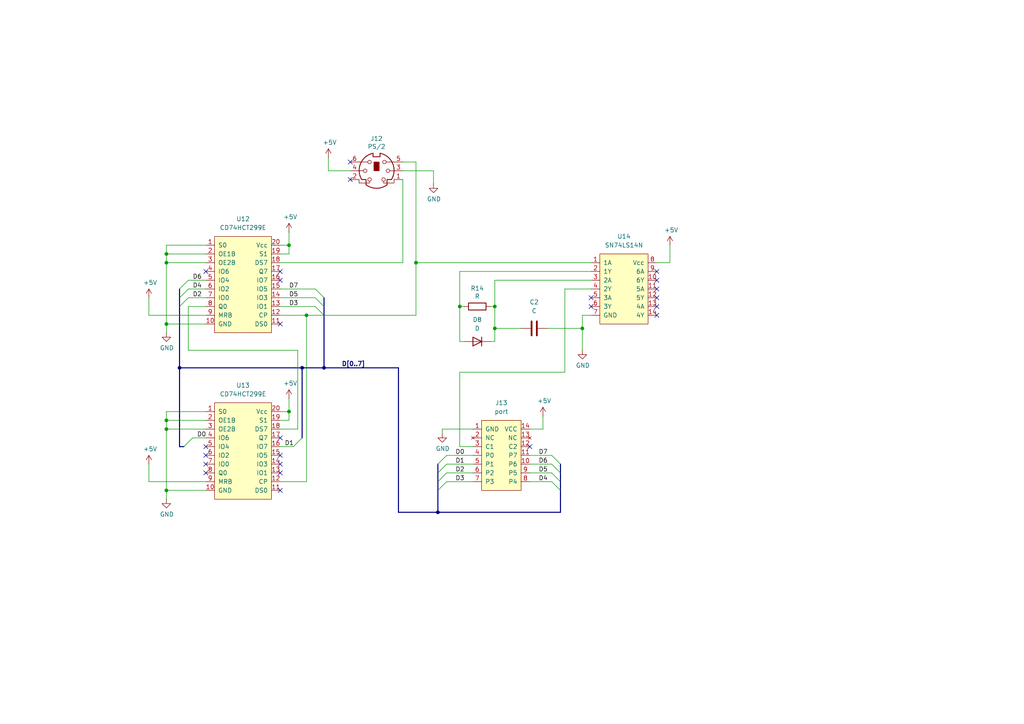
<source format=kicad_sch>
(kicad_sch (version 20231120) (generator "eeschema") (generator_version "8.0")
  (paper "A4")
  (title_block (title "PS/2 adapter"))
  (lib_symbols
    (symbol "6502:CD74HCT299E" (pin_names (offset 1.016))
      (property "Reference" "U" (at -1.27 15.24 0))
      (property "Value" "CD74HCT299E" (at 0 -1.27 90))
      (symbol "CD74HCT299E_0_1"
        (rectangle (start -8.89 12.7) (end 7.62 -15.24) (fill (type background)))
      )
      (symbol "CD74HCT299E_1_1"
        (pin input line (at -11.43 10.16 0) (length 2.54) (name "S0") (number "1"))
        (pin power_in line (at -11.43 -12.7 0) (length 2.54) (name "GND") (number "10"))
        (pin input line (at 10.16 -12.7 180) (length 2.54) (name "DS0") (number "11"))
        (pin input line (at 10.16 -10.16 180) (length 2.54) (name "CP") (number "12"))
        (pin tri_state line (at 10.16 -7.62 180) (length 2.54) (name "IO1") (number "13"))
        (pin tri_state line (at 10.16 -5.08 180) (length 2.54) (name "IO3") (number "14"))
        (pin tri_state line (at 10.16 -2.54 180) (length 2.54) (name "IO5") (number "15"))
        (pin tri_state line (at 10.16 0 180) (length 2.54) (name "IO7") (number "16"))
        (pin output line (at 10.16 2.54 180) (length 2.54) (name "Q7") (number "17"))
        (pin input line (at 10.16 5.08 180) (length 2.54) (name "DS7") (number "18"))
        (pin input line (at 10.16 7.62 180) (length 2.54) (name "S1") (number "19"))
        (pin input line (at -11.43 7.62 0) (length 2.54) (name "OE1B") (number "2"))
        (pin power_in line (at 10.16 10.16 180) (length 2.54) (name "Vcc") (number "20"))
        (pin input line (at -11.43 5.08 0) (length 2.54) (name "OE2B") (number "3"))
        (pin tri_state line (at -11.43 2.54 0) (length 2.54) (name "IO6") (number "4"))
        (pin tri_state line (at -11.43 0 0) (length 2.54) (name "IO4") (number "5"))
        (pin tri_state line (at -11.43 -2.54 0) (length 2.54) (name "IO2") (number "6"))
        (pin tri_state line (at -11.43 -5.08 0) (length 2.54) (name "IO0") (number "7"))
        (pin output line (at -11.43 -7.62 0) (length 2.54) (name "Q0") (number "8"))
        (pin input line (at -11.43 -10.16 0) (length 2.54) (name "MRB") (number "9"))
      )
    )
    (symbol "6502:SN74LS14N" (pin_names (offset 0.9906))
      (property "Reference" "U" (at -3.81 12.7 0))
      (property "Value" "SN74LS14N" (at 0 0 90))
      (symbol "SN74LS14N_0_1"
        (rectangle (start 6.35 -10.16) (end -7.62 10.16) (fill (type background)))
      )
      (symbol "SN74LS14N_1_1"
        (pin input line (at -10.16 7.62 0) (length 2.54) (name "1A") (number "1"))
        (pin output line (at 8.89 2.54 180) (length 2.54) (name "6Y") (number "10"))
        (pin input line (at 8.89 0 180) (length 2.54) (name "5A") (number "11"))
        (pin output line (at 8.89 -2.54 180) (length 2.54) (name "5Y") (number "12"))
        (pin input line (at 8.89 -5.08 180) (length 2.54) (name "4A") (number "13"))
        (pin output line (at 8.89 -7.62 180) (length 2.54) (name "4Y") (number "14"))
        (pin output line (at -10.16 5.08 0) (length 2.54) (name "1Y") (number "2"))
        (pin input line (at -10.16 2.54 0) (length 2.54) (name "2A") (number "3"))
        (pin output line (at -10.16 0 0) (length 2.54) (name "2Y") (number "4"))
        (pin input line (at -10.16 -2.54 0) (length 2.54) (name "3A") (number "5"))
        (pin output line (at -10.16 -5.08 0) (length 2.54) (name "3Y") (number "6"))
        (pin power_in line (at -10.16 -7.62 0) (length 2.54) (name "GND") (number "7"))
        (pin power_in line (at 8.89 7.62 180) (length 2.54) (name "Vcc") (number "8"))
        (pin input line (at 8.89 5.08 180) (length 2.54) (name "6A") (number "9"))
      )
    )
    (symbol "6502:port" (pin_names (offset 1.016))
      (property "Reference" "J" (at 1.27 11.43 0))
      (property "Value" "port" (at -3.81 11.43 0))
      (symbol "port_0_1"
        (rectangle (start -6.35 10.16) (end 5.08 -10.16) (fill (type background)))
      )
      (symbol "port_1_1"
        (pin power_in line (at -8.89 7.62 0) (length 2.54) (name "GND") (number "1"))
        (pin passive line (at 7.62 -2.54 180) (length 2.54) (name "P6") (number "10"))
        (pin passive line (at 7.62 0 180) (length 2.54) (name "P7") (number "11"))
        (pin passive line (at 7.62 2.54 180) (length 2.54) (name "C2") (number "12"))
        (pin no_connect line (at 7.62 5.08 180) (length 2.54) (name "NC") (number "13"))
        (pin power_in line (at 7.62 7.62 180) (length 2.54) (name "VCC") (number "14"))
        (pin no_connect line (at -8.89 5.08 0) (length 2.54) (name "NC") (number "2"))
        (pin passive line (at -8.89 2.54 0) (length 2.54) (name "C1") (number "3"))
        (pin passive line (at -8.89 0 0) (length 2.54) (name "P0") (number "4"))
        (pin passive line (at -8.89 -2.54 0) (length 2.54) (name "P1") (number "5"))
        (pin passive line (at -8.89 -5.08 0) (length 2.54) (name "P2") (number "6"))
        (pin passive line (at -8.89 -7.62 0) (length 2.54) (name "P3") (number "7"))
        (pin passive line (at 7.62 -7.62 180) (length 2.54) (name "P4") (number "8"))
        (pin passive line (at 7.62 -5.08 180) (length 2.54) (name "P5") (number "9"))
      )
    )
    (symbol "Connector:Mini-DIN-6" (pin_names (offset 1.016))
      (property "Reference" "J" (at 0 6.35 0))
      (property "Value" "Mini-DIN-6" (at 0 -6.35 0))
      (symbol "Mini-DIN-6_0_1"
        (circle (center -3.302 0) (radius 0.508))
        (arc (start -3.048 -4.064) (mid 0 -5.08) (end 3.048 -4.064) (stroke (width 0.254)))
        (circle (center -2.032 -2.54) (radius 0.508))
        (circle (center -2.032 2.54) (radius 0.508))
        (arc (start -1.016 5.08) (mid -4.6228 2.1214) (end -4.318 -2.54) (stroke (width 0.254)))
        (rectangle (start -0.762 2.54) (end 0.762 0) (fill (type outline)))
        (polyline (pts (xy -3.81 0) (xy -5.08 0)))
        (polyline (pts (xy -2.54 2.54) (xy -5.08 2.54)))
        (polyline (pts (xy 2.794 2.54) (xy 5.08 2.54)))
        (polyline (pts (xy 5.08 0) (xy 3.81 0)))
        (polyline (pts (xy -4.318 -2.54) (xy -3.048 -2.54) (xy -3.048 -4.064)) (stroke (width 0.254)))
        (polyline (pts (xy 4.318 -2.54) (xy 3.048 -2.54) (xy 3.048 -4.064)) (stroke (width 0.254)))
        (polyline (pts (xy -2.032 -3.048) (xy -2.032 -3.556) (xy -5.08 -3.556) (xy -5.08 -2.54)))
        (polyline (pts (xy -1.016 5.08) (xy -1.016 4.064) (xy 1.016 4.064) (xy 1.016 5.08)) (stroke (width 0.254)))
        (polyline (pts (xy 2.032 -3.048) (xy 2.032 -3.556) (xy 5.08 -3.556) (xy 5.08 -2.54)))
        (circle (center 2.032 -2.54) (radius 0.508))
        (circle (center 2.286 2.54) (radius 0.508))
        (circle (center 3.302 0) (radius 0.508))
        (arc (start 4.318 -2.54) (mid 4.6661 2.1322) (end 1.016 5.08) (stroke (width 0.254)))
      )
      (symbol "Mini-DIN-6_1_1"
        (pin passive line (at 7.62 -2.54 180) (length 2.54) (name "~") (number "1"))
        (pin passive line (at -7.62 -2.54 0) (length 2.54) (name "~") (number "2"))
        (pin passive line (at 7.62 0 180) (length 2.54) (name "~") (number "3"))
        (pin passive line (at -7.62 0 0) (length 2.54) (name "~") (number "4"))
        (pin passive line (at 7.62 2.54 180) (length 2.54) (name "~") (number "5"))
        (pin passive line (at -7.62 2.54 0) (length 2.54) (name "~") (number "6"))
      )
    )
    (symbol "Device:C" (pin_numbers hide) (pin_names (offset 0.254))
      (property "Reference" "C" (at 0.635 2.54 0))
      (property "Value" "C" (at 0.635 -2.54 0))
      (symbol "C_0_1"
        (polyline (pts (xy -2.032 -0.762) (xy 2.032 -0.762)) (stroke (width 0.508)))
        (polyline (pts (xy -2.032 0.762) (xy 2.032 0.762)) (stroke (width 0.508)))
      )
      (symbol "C_1_1"
        (pin passive line (at 0 3.81 270) (length 2.794) (name "~") (number "1"))
        (pin passive line (at 0 -3.81 90) (length 2.794) (name "~") (number "2"))
      )
    )
    (symbol "Device:D" (pin_numbers hide) (pin_names (offset 1.016) hide)
      (property "Reference" "D" (at 0 2.54 0))
      (property "Value" "D" (at 0 -2.54 0))
      (symbol "D_0_1"
        (polyline (pts (xy -1.27 1.27) (xy -1.27 -1.27)) (stroke (width 0.254)))
        (polyline (pts (xy 1.27 0) (xy -1.27 0)))
        (polyline (pts (xy 1.27 1.27) (xy 1.27 -1.27) (xy -1.27 0) (xy 1.27 1.27)) (stroke (width 0.254)))
      )
      (symbol "D_1_1"
        (pin passive line (at -3.81 0 0) (length 2.54) (name "K") (number "1"))
        (pin passive line (at 3.81 0 180) (length 2.54) (name "A") (number "2"))
      )
    )
    (symbol "Device:R" (pin_numbers hide) (pin_names (offset 0))
      (property "Reference" "R" (at 2.032 0 90))
      (property "Value" "R" (at 0 0 90))
      (symbol "R_0_1"
        (rectangle (start -1.016 -2.54) (end 1.016 2.54) (stroke (width 0.254)))
      )
      (symbol "R_1_1"
        (pin passive line (at 0 3.81 270) (length 1.27) (name "~") (number "1"))
        (pin passive line (at 0 -3.81 90) (length 1.27) (name "~") (number "2"))
      )
    )
    (symbol "power:+5V" (power) (pin_numbers hide) (pin_names (offset 0) hide)
      (property "Value" "+5V" (at 0 3.556 0))
      (symbol "+5V_0_1"
        (polyline (pts (xy -0.762 1.27) (xy 0 2.54)))
        (polyline (pts (xy 0 0) (xy 0 2.54)))
        (polyline (pts (xy 0 2.54) (xy 0.762 1.27)))
      )
      (symbol "+5V_1_1"
        (pin power_in line (at 0 0 90) (length 0) (name "~") (number "1"))
      )
    )
    (symbol "power:GND" (power) (pin_numbers hide) (pin_names (offset 0) hide)
      (property "Value" "GND" (at 0 -3.81 0))
      (symbol "GND_0_1"
        (polyline (pts (xy 0 0) (xy 0 -1.27) (xy 1.27 -1.27) (xy 0 -2.54) (xy -1.27 -1.27) (xy 0 -1.27)))
      )
      (symbol "GND_1_1"
        (pin power_in line (at 0 0 270) (length 0) (name "~") (number "1"))
      )
    )
  )
  (junction (at 48.26 76.2))
  (junction (at 48.26 124.46))
  (junction (at 93.98 106.68))
  (junction (at 48.26 73.66))
  (junction (at 87.63 106.68))
  (junction (at 48.26 142.24))
  (junction (at 143.51 88.9))
  (junction (at 133.35 88.9))
  (junction (at 168.91 95.25))
  (junction (at 127 148.59))
  (junction (at 88.9 91.44))
  (junction (at 143.51 95.25))
  (junction (at 83.82 119.38))
  (junction (at 48.26 121.92))
  (junction (at 48.26 93.98))
  (junction (at 83.82 71.12))
  (junction (at 52.07 106.68))
  (junction (at 120.65 76.2))
  (no_connect (at 101.6 52.07))
  (no_connect (at 81.28 142.24))
  (no_connect (at 190.5 88.9))
  (no_connect (at 81.28 78.74))
  (no_connect (at 59.69 78.74))
  (no_connect (at 59.69 137.16))
  (no_connect (at 81.28 132.08))
  (no_connect (at 101.6 46.99))
  (no_connect (at 81.28 81.28))
  (no_connect (at 81.28 134.62))
  (no_connect (at 81.28 127))
  (no_connect (at 190.5 83.82))
  (no_connect (at 190.5 81.28))
  (no_connect (at 59.69 134.62))
  (no_connect (at 190.5 78.74))
  (no_connect (at 59.69 129.54))
  (no_connect (at 81.28 137.16))
  (no_connect (at 171.45 88.9))
  (no_connect (at 190.5 86.36))
  (no_connect (at 190.5 91.44))
  (no_connect (at 153.67 129.54))
  (no_connect (at 81.28 93.98))
  (no_connect (at 59.69 132.08))
  (no_connect (at 171.45 86.36))
  (bus_entry (at 127 137.16) (size 2.54 -2.54))
  (bus_entry (at 160.02 134.62) (size 2.54 2.54))
  (bus_entry (at 160.02 132.08) (size 2.54 2.54))
  (bus_entry (at 160.02 137.16) (size 2.54 2.54))
  (bus_entry (at 52.07 88.9) (size 2.54 -2.54))
  (bus_entry (at 52.07 83.82) (size 2.54 -2.54))
  (bus_entry (at 127 134.62) (size 2.54 -2.54))
  (bus_entry (at 91.44 86.36) (size 2.54 2.54))
  (bus_entry (at 53.34 129.54) (size 2.54 -2.54))
  (bus_entry (at 52.07 86.36) (size 2.54 -2.54))
  (bus_entry (at 91.44 83.82) (size 2.54 2.54))
  (bus_entry (at 127 142.24) (size 2.54 -2.54))
  (bus_entry (at 85.09 129.54) (size 2.54 -2.54))
  (bus_entry (at 127 139.7) (size 2.54 -2.54))
  (bus_entry (at 91.44 88.9) (size 2.54 2.54))
  (bus_entry (at 160.02 139.7) (size 2.54 2.54))
  (wire (pts (xy 153.67 137.16) (xy 160.02 137.16)))
  (wire (pts (xy 59.69 73.66) (xy 48.26 73.66)))
  (bus (pts (xy 127 142.24) (xy 127 148.59)))
  (wire (pts (xy 59.69 86.36) (xy 54.61 86.36)))
  (wire (pts (xy 59.69 139.7) (xy 43.18 139.7)))
  (bus (pts (xy 115.57 106.68) (xy 93.98 106.68)))
  (bus (pts (xy 162.56 137.16) (xy 162.56 139.7)))
  (wire (pts (xy 88.9 91.44) (xy 88.9 139.7)))
  (wire (pts (xy 81.28 121.92) (xy 83.82 121.92)))
  (wire (pts (xy 190.5 76.2) (xy 194.31 76.2)))
  (bus (pts (xy 53.34 129.54) (xy 52.07 129.54)))
  (wire (pts (xy 128.27 124.46) (xy 128.27 125.73)))
  (bus (pts (xy 52.07 88.9) (xy 52.07 106.68)))
  (wire (pts (xy 143.51 88.9) (xy 143.51 95.25)))
  (wire (pts (xy 137.16 132.08) (xy 129.54 132.08)))
  (wire (pts (xy 48.26 93.98) (xy 48.26 76.2)))
  (wire (pts (xy 137.16 124.46) (xy 128.27 124.46)))
  (bus (pts (xy 52.07 83.82) (xy 52.07 86.36)))
  (wire (pts (xy 81.28 83.82) (xy 91.44 83.82)))
  (wire (pts (xy 116.84 76.2) (xy 81.28 76.2)))
  (bus (pts (xy 87.63 127) (xy 87.63 106.68)))
  (wire (pts (xy 59.69 121.92) (xy 48.26 121.92)))
  (bus (pts (xy 93.98 106.68) (xy 87.63 106.68)))
  (wire (pts (xy 86.36 101.6) (xy 54.61 101.6)))
  (bus (pts (xy 115.57 148.59) (xy 115.57 106.68)))
  (wire (pts (xy 116.84 46.99) (xy 120.65 46.99)))
  (wire (pts (xy 194.31 76.2) (xy 194.31 71.12)))
  (wire (pts (xy 120.65 46.99) (xy 120.65 76.2)))
  (bus (pts (xy 127 137.16) (xy 127 139.7)))
  (wire (pts (xy 48.26 121.92) (xy 48.26 119.38)))
  (wire (pts (xy 83.82 73.66) (xy 83.82 71.12)))
  (wire (pts (xy 59.69 124.46) (xy 48.26 124.46)))
  (wire (pts (xy 120.65 76.2) (xy 171.45 76.2)))
  (wire (pts (xy 142.24 99.06) (xy 143.51 99.06)))
  (wire (pts (xy 142.24 88.9) (xy 143.51 88.9)))
  (wire (pts (xy 48.26 73.66) (xy 48.26 71.12)))
  (wire (pts (xy 133.35 107.95) (xy 133.35 129.54)))
  (wire (pts (xy 133.35 78.74) (xy 133.35 88.9)))
  (wire (pts (xy 163.83 107.95) (xy 133.35 107.95)))
  (wire (pts (xy 95.25 49.53) (xy 95.25 45.72)))
  (bus (pts (xy 93.98 88.9) (xy 93.98 91.44)))
  (wire (pts (xy 153.67 124.46) (xy 157.48 124.46)))
  (wire (pts (xy 86.36 124.46) (xy 86.36 101.6)))
  (wire (pts (xy 137.16 134.62) (xy 129.54 134.62)))
  (wire (pts (xy 48.26 71.12) (xy 59.69 71.12)))
  (wire (pts (xy 143.51 88.9) (xy 143.51 81.28)))
  (wire (pts (xy 81.28 129.54) (xy 85.09 129.54)))
  (wire (pts (xy 120.65 76.2) (xy 120.65 91.44)))
  (wire (pts (xy 133.35 129.54) (xy 137.16 129.54)))
  (bus (pts (xy 127 139.7) (xy 127 142.24)))
  (wire (pts (xy 168.91 91.44) (xy 168.91 95.25)))
  (wire (pts (xy 48.26 93.98) (xy 48.26 96.52)))
  (wire (pts (xy 81.28 88.9) (xy 91.44 88.9)))
  (wire (pts (xy 83.82 71.12) (xy 83.82 67.31)))
  (wire (pts (xy 88.9 91.44) (xy 81.28 91.44)))
  (wire (pts (xy 116.84 49.53) (xy 125.73 49.53)))
  (wire (pts (xy 153.67 139.7) (xy 160.02 139.7)))
  (bus (pts (xy 52.07 106.68) (xy 52.07 129.54)))
  (bus (pts (xy 93.98 86.36) (xy 93.98 88.9)))
  (wire (pts (xy 137.16 137.16) (xy 129.54 137.16)))
  (wire (pts (xy 116.84 52.07) (xy 116.84 76.2)))
  (wire (pts (xy 137.16 139.7) (xy 129.54 139.7)))
  (bus (pts (xy 162.56 134.62) (xy 162.56 137.16)))
  (wire (pts (xy 59.69 127) (xy 55.88 127)))
  (bus (pts (xy 127 148.59) (xy 115.57 148.59)))
  (wire (pts (xy 48.26 76.2) (xy 48.26 73.66)))
  (wire (pts (xy 163.83 83.82) (xy 163.83 107.95)))
  (wire (pts (xy 59.69 76.2) (xy 48.26 76.2)))
  (wire (pts (xy 133.35 88.9) (xy 134.62 88.9)))
  (wire (pts (xy 48.26 124.46) (xy 48.26 121.92)))
  (wire (pts (xy 59.69 83.82) (xy 54.61 83.82)))
  (bus (pts (xy 127 134.62) (xy 127 137.16)))
  (wire (pts (xy 48.26 119.38) (xy 59.69 119.38)))
  (wire (pts (xy 168.91 95.25) (xy 168.91 101.6)))
  (wire (pts (xy 143.51 81.28) (xy 171.45 81.28)))
  (wire (pts (xy 59.69 81.28) (xy 54.61 81.28)))
  (wire (pts (xy 125.73 49.53) (xy 125.73 53.34)))
  (wire (pts (xy 143.51 95.25) (xy 143.51 99.06)))
  (wire (pts (xy 48.26 93.98) (xy 59.69 93.98)))
  (wire (pts (xy 157.48 124.46) (xy 157.48 120.65)))
  (bus (pts (xy 162.56 142.24) (xy 162.56 148.59)))
  (wire (pts (xy 88.9 91.44) (xy 93.98 91.44)))
  (bus (pts (xy 162.56 148.59) (xy 127 148.59)))
  (wire (pts (xy 93.98 91.44) (xy 120.65 91.44)))
  (wire (pts (xy 59.69 91.44) (xy 43.18 91.44)))
  (wire (pts (xy 133.35 99.06) (xy 134.62 99.06)))
  (wire (pts (xy 101.6 49.53) (xy 95.25 49.53)))
  (wire (pts (xy 81.28 119.38) (xy 83.82 119.38)))
  (wire (pts (xy 83.82 121.92) (xy 83.82 119.38)))
  (wire (pts (xy 43.18 139.7) (xy 43.18 134.62)))
  (wire (pts (xy 153.67 134.62) (xy 160.02 134.62)))
  (wire (pts (xy 143.51 95.25) (xy 151.13 95.25)))
  (wire (pts (xy 171.45 83.82) (xy 163.83 83.82)))
  (wire (pts (xy 133.35 99.06) (xy 133.35 88.9)))
  (wire (pts (xy 48.26 142.24) (xy 48.26 124.46)))
  (bus (pts (xy 52.07 86.36) (xy 52.07 88.9)))
  (wire (pts (xy 81.28 71.12) (xy 83.82 71.12)))
  (wire (pts (xy 88.9 139.7) (xy 81.28 139.7)))
  (wire (pts (xy 81.28 86.36) (xy 91.44 86.36)))
  (wire (pts (xy 48.26 142.24) (xy 59.69 142.24)))
  (wire (pts (xy 81.28 73.66) (xy 83.82 73.66)))
  (wire (pts (xy 48.26 142.24) (xy 48.26 144.78)))
  (wire (pts (xy 171.45 78.74) (xy 133.35 78.74)))
  (wire (pts (xy 54.61 88.9) (xy 59.69 88.9)))
  (wire (pts (xy 43.18 91.44) (xy 43.18 86.36)))
  (wire (pts (xy 153.67 132.08) (xy 160.02 132.08)))
  (bus (pts (xy 87.63 106.68) (xy 52.07 106.68)))
  (bus (pts (xy 93.98 91.44) (xy 93.98 106.68)))
  (wire (pts (xy 171.45 91.44) (xy 168.91 91.44)))
  (wire (pts (xy 158.75 95.25) (xy 168.91 95.25)))
  (wire (pts (xy 54.61 101.6) (xy 54.61 88.9)))
  (wire (pts (xy 81.28 124.46) (xy 86.36 124.46)))
  (bus (pts (xy 162.56 139.7) (xy 162.56 142.24)))
  (wire (pts (xy 83.82 119.38) (xy 83.82 115.57)))
  (label "D0" (at 57.15 127 0))
  (label "D1" (at 82.55 129.54 0))
  (label "D0" (at 132.08 132.08 0))
  (label "D4" (at 156.21 139.7 0))
  (label "D4" (at 55.88 83.82 0))
  (label "D1" (at 132.08 134.62 0))
  (label "D5" (at 83.82 86.36 0))
  (label "D7" (at 83.82 83.82 0))
  (label "D3" (at 83.82 88.9 0))
  (label "D6" (at 55.88 81.28 0))
  (label "D3" (at 132.08 139.7 0))
  (label "D6" (at 156.21 134.62 0))
  (label "D7" (at 156.21 132.08 0))
  (label "D2" (at 55.88 86.36 0))
  (label "D5" (at 156.21 137.16 0))
  (label "D[0..7]" (at 99.06 106.68 0) (effects (font (bold yes))))
  (label "D2" (at 132.08 137.16 0))
  (symbol (lib_id "power:GND") (at 48.26 144.78 0) (unit 1)
    (property "Reference" "#PWR063" (effects (hide yes)))
    (property "Value" "GND" (at 48.387 149.1742 0))
    (property "Description" "Power symbol creates a global label with name \"GND\" , ground" (effects (hide yes)))
  )
  (symbol (lib_id "Device:R") (at 138.43 88.9 90) (unit 1)
    (property "Reference" "R14" (at 138.43 83.6422 90))
    (property "Value" "R" (at 138.43 85.9536 90))
    (property "Description" "Resistor" (effects (hide yes)))
  )
  (symbol (lib_id "power:+5V") (at 43.18 86.36 0) (unit 1)
    (property "Reference" "#PWR060" (effects (hide yes)))
    (property "Value" "+5V" (at 43.561 81.9658 0))
    (property "Description" "Power symbol creates a global label with name \"+5V\"" (effects (hide yes)))
  )
  (symbol (lib_id "power:GND") (at 125.73 53.34 0) (unit 1)
    (property "Reference" "#PWR067" (effects (hide yes)))
    (property "Value" "GND" (at 125.857 57.7342 0))
    (property "Description" "Power symbol creates a global label with name \"GND\" , ground" (effects (hide yes)))
  )
  (symbol (lib_id "power:GND") (at 48.26 96.52 0) (unit 1)
    (property "Reference" "#PWR062" (effects (hide yes)))
    (property "Value" "GND" (at 48.387 100.9142 0))
    (property "Description" "Power symbol creates a global label with name \"GND\" , ground" (effects (hide yes)))
  )
  (symbol (lib_id "6502:CD74HCT299E") (at 71.12 129.54 0) (unit 1)
    (property "Reference" "U13" (at 70.485 111.76 0))
    (property "Value" "CD74HCT299E" (at 70.485 114.3 0))
  )
  (symbol (lib_id "Connector:Mini-DIN-6") (at 109.22 49.53 0) (unit 1)
    (property "Reference" "J12" (at 109.22 40.2082 0))
    (property "Value" "PS/2" (at 109.22 42.5196 0))
    (property "Datasheet" "http://service.powerdynamics.com/ec/Catalog17/Section%2011.pdf" (effects (hide yes)))
    (property "Description" "6-pin Mini-DIN connector" (effects (hide yes)))
  )
  (symbol (lib_id "6502:SN74LS14N") (at 181.61 83.82 0) (unit 1)
    (property "Reference" "U14" (at 180.975 68.58 0))
    (property "Value" "SN74LS14N" (at 180.975 71.12 0))
  )
  (symbol (lib_id "power:+5V") (at 43.18 134.62 0) (unit 1)
    (property "Reference" "#PWR061" (effects (hide yes)))
    (property "Value" "+5V" (at 43.561 130.2258 0))
    (property "Description" "Power symbol creates a global label with name \"+5V\"" (effects (hide yes)))
  )
  (symbol (lib_id "power:+5V") (at 83.82 115.57 0) (unit 1)
    (property "Reference" "#PWR065" (effects (hide yes)))
    (property "Value" "+5V" (at 84.201 111.1758 0))
    (property "Description" "Power symbol creates a global label with name \"+5V\"" (effects (hide yes)))
  )
  (symbol (lib_id "power:+5V") (at 157.48 120.65 0) (unit 1)
    (property "Reference" "#PWR069" (effects (hide yes)))
    (property "Value" "+5V" (at 157.861 116.2558 0))
    (property "Description" "Power symbol creates a global label with name \"+5V\"" (effects (hide yes)))
  )
  (symbol (lib_id "power:GND") (at 168.91 101.6 0) (unit 1)
    (property "Reference" "#PWR070" (effects (hide yes)))
    (property "Value" "GND" (at 169.037 105.9942 0))
    (property "Description" "Power symbol creates a global label with name \"GND\" , ground" (effects (hide yes)))
  )
  (symbol (lib_id "power:+5V") (at 194.31 71.12 0) (unit 1)
    (property "Reference" "#PWR071" (effects (hide yes)))
    (property "Value" "+5V" (at 194.691 66.7258 0))
    (property "Description" "Power symbol creates a global label with name \"+5V\"" (effects (hide yes)))
  )
  (symbol (lib_id "power:GND") (at 128.27 125.73 0) (unit 1)
    (property "Reference" "#PWR068" (effects (hide yes)))
    (property "Value" "GND" (at 128.397 130.1242 0))
    (property "Description" "Power symbol creates a global label with name \"GND\" , ground" (effects (hide yes)))
  )
  (symbol (lib_id "Device:D") (at 138.43 99.06 180) (unit 1)
    (property "Reference" "D8" (at 138.43 92.71 0))
    (property "Value" "D" (at 138.43 95.25 0))
    (property "Description" "Diode" (effects (hide yes)))
    (property "Sim.Device" "D" (effects (hide yes)))
    (property "Sim.Pins" "1=K 2=A" (effects (hide yes)))
  )
  (symbol (lib_id "power:+5V") (at 83.82 67.31 0) (unit 1)
    (property "Reference" "#PWR064" (effects (hide yes)))
    (property "Value" "+5V" (at 84.201 62.9158 0))
    (property "Description" "Power symbol creates a global label with name \"+5V\"" (effects (hide yes)))
  )
  (symbol (lib_id "6502:CD74HCT299E") (at 71.12 81.28 0) (unit 1)
    (property "Reference" "U12" (at 70.485 63.5 0))
    (property "Value" "CD74HCT299E" (at 70.485 66.04 0))
  )
  (symbol (lib_id "6502:port") (at 146.05 132.08 0) (unit 1)
    (property "Reference" "J13" (at 145.415 116.84 0))
    (property "Value" "port" (at 145.415 119.38 0))
  )
  (symbol (lib_id "Device:C") (at 154.94 95.25 90) (unit 1)
    (property "Reference" "C2" (at 154.94 87.63 90))
    (property "Value" "C" (at 154.94 90.17 90))
    (property "Description" "Unpolarized capacitor" (effects (hide yes)))
  )
  (symbol (lib_id "power:+5V") (at 95.25 45.72 0) (unit 1)
    (property "Reference" "#PWR066" (effects (hide yes)))
    (property "Value" "+5V" (at 95.631 41.3258 0))
    (property "Description" "Power symbol creates a global label with name \"+5V\"" (effects (hide yes)))
  )
)
</source>
